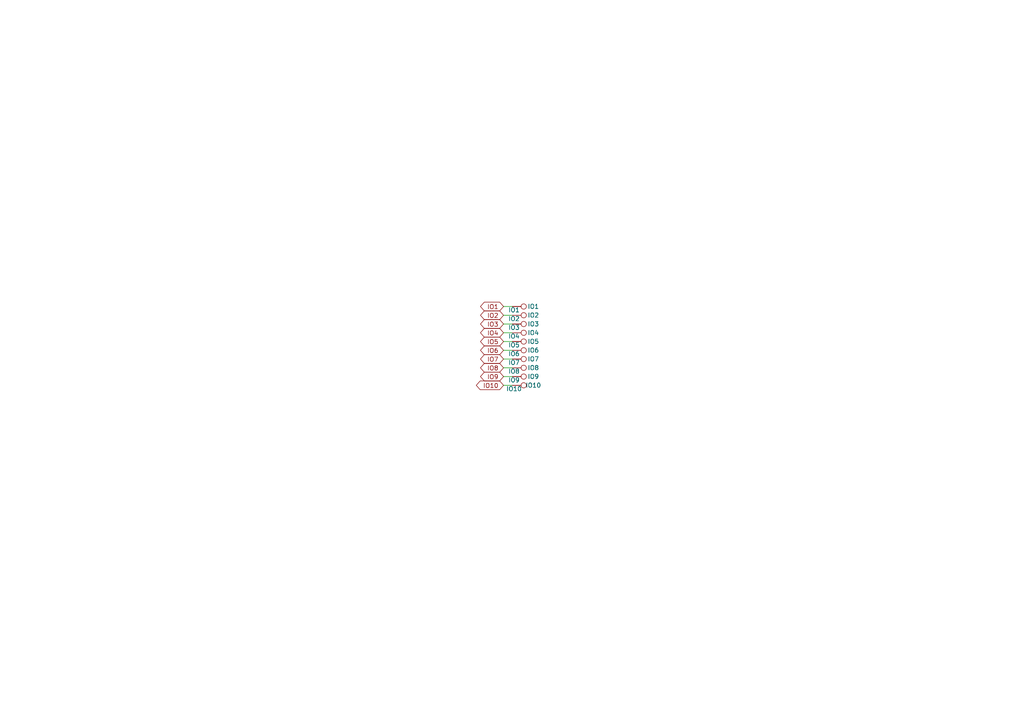
<source format=kicad_sch>
(kicad_sch (version 20231120) (generator "eeschema") (generator_version "8.0")
  (paper "A4")
  (title_block (title "CoolKid'sBadge") (date "2024-07-31") (rev "1.1") (company "Cyberpunk.company") (comment 1 "Electronic Conference badge created for LeHack2024 - by Tixlegeek") (comment 2 "https://cyberpunk.company") (comment 3 "https://tixlegeek.io/splash"))
  (lib_symbols
    (symbol "Connector:TestPoint" (pin_numbers hide) (pin_names (offset 0.762) hide)
      (property "Reference" "TP" (at 0 6.858 0))
      (property "Value" "TestPoint" (at 0 5.08 0))
      (symbol "TestPoint_0_1"
        (circle (center 0 3.302) (radius 0.762))
      )
      (symbol "TestPoint_1_1"
        (pin passive line (at 0 0 90) (length 2.54) (name "1") (number "1"))
      )
    )
  )
  (wire (pts (xy 148.59 101.6) (xy 146.05 101.6)))
  (wire (pts (xy 148.59 91.44) (xy 146.05 91.44)))
  (wire (pts (xy 148.59 104.14) (xy 146.05 104.14)))
  (wire (pts (xy 148.59 93.98) (xy 146.05 93.98)))
  (wire (pts (xy 148.59 99.06) (xy 146.05 99.06)))
  (wire (pts (xy 148.59 109.22) (xy 146.05 109.22)))
  (wire (pts (xy 148.59 88.9) (xy 146.05 88.9)))
  (wire (pts (xy 148.59 96.52) (xy 146.05 96.52)))
  (wire (pts (xy 148.59 106.68) (xy 146.05 106.68)))
  (wire (pts (xy 148.59 111.76) (xy 146.05 111.76)))
  (global_label "IO7" (shape bidirectional) (at 146.05 104.14 180) (property "Intersheetrefs" "${INTERSHEET_REFS}" (effects (hide yes))))
  (global_label "IO4" (shape bidirectional) (at 146.05 96.52 180) (property "Intersheetrefs" "${INTERSHEET_REFS}" (effects (hide yes))))
  (global_label "IO10" (shape bidirectional) (at 146.05 111.76 180) (property "Intersheetrefs" "${INTERSHEET_REFS}" (effects (hide yes))))
  (global_label "IO5" (shape bidirectional) (at 146.05 99.06 180) (property "Intersheetrefs" "${INTERSHEET_REFS}" (effects (hide yes))))
  (global_label "IO6" (shape bidirectional) (at 146.05 101.6 180) (property "Intersheetrefs" "${INTERSHEET_REFS}" (effects (hide yes))))
  (global_label "IO9" (shape bidirectional) (at 146.05 109.22 180) (property "Intersheetrefs" "${INTERSHEET_REFS}" (effects (hide yes))))
  (global_label "IO1" (shape bidirectional) (at 146.05 88.9 180) (property "Intersheetrefs" "${INTERSHEET_REFS}" (effects (hide yes))))
  (global_label "IO2" (shape bidirectional) (at 146.05 91.44 180) (property "Intersheetrefs" "${INTERSHEET_REFS}" (effects (hide yes))))
  (global_label "IO3" (shape bidirectional) (at 146.05 93.98 180) (property "Intersheetrefs" "${INTERSHEET_REFS}" (effects (hide yes))))
  (global_label "IO8" (shape bidirectional) (at 146.05 106.68 180) (property "Intersheetrefs" "${INTERSHEET_REFS}" (effects (hide yes))))
  (symbol (lib_id "Connector:TestPoint") (at 148.59 96.52 270) (unit 1)
    (property "Reference" "IO4" (at 154.686 96.52 90))
    (property "Value" "IO4" (at 149.098 97.536 90))
    (property "Footprint" "TestPoint:TestPoint_Pad_D2.0mm" (effects (hide yes)))
    (property "Description" "test point" (effects (hide yes)))
  )
  (symbol (lib_id "Connector:TestPoint") (at 148.59 88.9 270) (unit 1)
    (property "Reference" "IO1" (at 154.686 88.9 90))
    (property "Value" "IO1" (at 149.098 89.916 90))
    (property "Footprint" "TestPoint:TestPoint_Pad_D2.0mm" (effects (hide yes)))
    (property "Description" "test point" (effects (hide yes)))
  )
  (symbol (lib_id "Connector:TestPoint") (at 148.59 104.14 270) (unit 1)
    (property "Reference" "IO7" (at 154.686 104.14 90))
    (property "Value" "IO7" (at 149.098 105.156 90))
    (property "Footprint" "TestPoint:TestPoint_Pad_D2.0mm" (effects (hide yes)))
    (property "Description" "test point" (effects (hide yes)))
  )
  (symbol (lib_id "Connector:TestPoint") (at 148.59 111.76 270) (unit 1)
    (property "Reference" "IO10" (at 154.686 111.76 90))
    (property "Value" "IO10" (at 149.098 112.776 90))
    (property "Footprint" "TestPoint:TestPoint_Pad_D2.0mm" (effects (hide yes)))
    (property "Description" "test point" (effects (hide yes)))
  )
  (symbol (lib_id "Connector:TestPoint") (at 148.59 93.98 270) (unit 1)
    (property "Reference" "IO3" (at 154.686 93.98 90))
    (property "Value" "IO3" (at 149.098 94.996 90))
    (property "Footprint" "TestPoint:TestPoint_Pad_D2.0mm" (effects (hide yes)))
    (property "Description" "test point" (effects (hide yes)))
  )
  (symbol (lib_id "Connector:TestPoint") (at 148.59 109.22 270) (unit 1)
    (property "Reference" "IO9" (at 154.686 109.22 90))
    (property "Value" "IO9" (at 149.098 110.236 90))
    (property "Footprint" "TestPoint:TestPoint_Pad_D2.0mm" (effects (hide yes)))
    (property "Description" "test point" (effects (hide yes)))
  )
  (symbol (lib_id "Connector:TestPoint") (at 148.59 99.06 270) (unit 1)
    (property "Reference" "IO5" (at 154.686 99.06 90))
    (property "Value" "IO5" (at 149.098 100.076 90))
    (property "Footprint" "TestPoint:TestPoint_Pad_D2.0mm" (effects (hide yes)))
    (property "Description" "test point" (effects (hide yes)))
  )
  (symbol (lib_id "Connector:TestPoint") (at 148.59 101.6 270) (unit 1)
    (property "Reference" "IO6" (at 154.686 101.6 90))
    (property "Value" "IO6" (at 149.098 102.616 90))
    (property "Footprint" "TestPoint:TestPoint_Pad_D2.0mm" (effects (hide yes)))
    (property "Description" "test point" (effects (hide yes)))
  )
  (symbol (lib_id "Connector:TestPoint") (at 148.59 106.68 270) (unit 1)
    (property "Reference" "IO8" (at 154.686 106.68 90))
    (property "Value" "IO8" (at 149.098 107.696 90))
    (property "Footprint" "TestPoint:TestPoint_Pad_D2.0mm" (effects (hide yes)))
    (property "Description" "test point" (effects (hide yes)))
  )
  (symbol (lib_id "Connector:TestPoint") (at 148.59 91.44 270) (unit 1)
    (property "Reference" "IO2" (at 154.686 91.44 90))
    (property "Value" "IO2" (at 149.098 92.456 90))
    (property "Footprint" "TestPoint:TestPoint_Pad_D2.0mm" (effects (hide yes)))
    (property "Description" "test point" (effects (hide yes)))
  )
)
</source>
